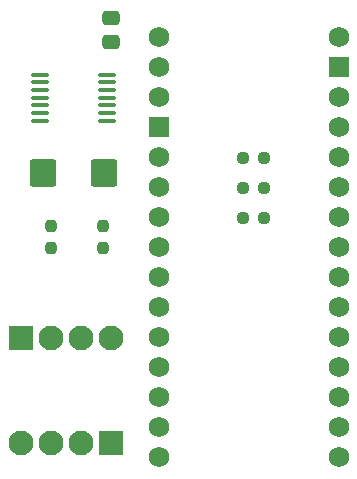
<source format=gts>
G04 #@! TF.GenerationSoftware,KiCad,Pcbnew,7.0.2*
G04 #@! TF.CreationDate,2023-04-27T12:09:37-07:00*
G04 #@! TF.ProjectId,Flamingo Nano 33 BLE Rev 2,466c616d-696e-4676-9f20-4e616e6f2033,rev?*
G04 #@! TF.SameCoordinates,Original*
G04 #@! TF.FileFunction,Soldermask,Top*
G04 #@! TF.FilePolarity,Negative*
%FSLAX46Y46*%
G04 Gerber Fmt 4.6, Leading zero omitted, Abs format (unit mm)*
G04 Created by KiCad (PCBNEW 7.0.2) date 2023-04-27 12:09:37*
%MOMM*%
%LPD*%
G01*
G04 APERTURE LIST*
G04 Aperture macros list*
%AMRoundRect*
0 Rectangle with rounded corners*
0 $1 Rounding radius*
0 $2 $3 $4 $5 $6 $7 $8 $9 X,Y pos of 4 corners*
0 Add a 4 corners polygon primitive as box body*
4,1,4,$2,$3,$4,$5,$6,$7,$8,$9,$2,$3,0*
0 Add four circle primitives for the rounded corners*
1,1,$1+$1,$2,$3*
1,1,$1+$1,$4,$5*
1,1,$1+$1,$6,$7*
1,1,$1+$1,$8,$9*
0 Add four rect primitives between the rounded corners*
20,1,$1+$1,$2,$3,$4,$5,0*
20,1,$1+$1,$4,$5,$6,$7,0*
20,1,$1+$1,$6,$7,$8,$9,0*
20,1,$1+$1,$8,$9,$2,$3,0*%
G04 Aperture macros list end*
%ADD10RoundRect,0.237500X0.250000X0.237500X-0.250000X0.237500X-0.250000X-0.237500X0.250000X-0.237500X0*%
%ADD11RoundRect,0.237500X-0.237500X0.250000X-0.237500X-0.250000X0.237500X-0.250000X0.237500X0.250000X0*%
%ADD12RoundRect,0.250000X-0.875000X-0.925000X0.875000X-0.925000X0.875000X0.925000X-0.875000X0.925000X0*%
%ADD13R,2.100000X2.100000*%
%ADD14C,2.100000*%
%ADD15C,1.727200*%
%ADD16R,1.727200X1.727200*%
%ADD17RoundRect,0.250000X-0.475000X0.337500X-0.475000X-0.337500X0.475000X-0.337500X0.475000X0.337500X0*%
%ADD18RoundRect,0.100000X0.637500X0.100000X-0.637500X0.100000X-0.637500X-0.100000X0.637500X-0.100000X0*%
G04 APERTURE END LIST*
D10*
G04 #@! TO.C,R3*
X102512500Y-67310000D03*
X100687500Y-67310000D03*
G04 #@! TD*
D11*
G04 #@! TO.C,R4*
X84455000Y-73105000D03*
X84455000Y-74930000D03*
G04 #@! TD*
D12*
G04 #@! TO.C,C2*
X83810000Y-68580000D03*
X88910000Y-68580000D03*
G04 #@! TD*
D11*
G04 #@! TO.C,R5*
X88900000Y-73105000D03*
X88900000Y-74930000D03*
G04 #@! TD*
D10*
G04 #@! TO.C,R2*
X102512500Y-69850000D03*
X100687500Y-69850000D03*
G04 #@! TD*
D13*
G04 #@! TO.C,J2*
X81915000Y-82550000D03*
D14*
X84455000Y-82550000D03*
X86995000Y-82550000D03*
X89535000Y-82550000D03*
G04 #@! TD*
D10*
G04 #@! TO.C,R1*
X102512500Y-72390000D03*
X100687500Y-72390000D03*
G04 #@! TD*
D15*
G04 #@! TO.C,XA1*
X108807500Y-90140000D03*
X108807500Y-64740000D03*
X108807500Y-85060000D03*
X108807500Y-82520000D03*
X108807500Y-79980000D03*
X108807500Y-77440000D03*
X108807500Y-74900000D03*
X108807500Y-72360000D03*
X108807500Y-69820000D03*
X108807500Y-67280000D03*
X108807500Y-87600000D03*
X93567500Y-59660000D03*
X93567500Y-57120000D03*
X93567500Y-67280000D03*
X93567500Y-69820000D03*
X93567500Y-72360000D03*
X93567500Y-74900000D03*
X93567500Y-77440000D03*
X93567500Y-79980000D03*
X93567500Y-82520000D03*
X93567500Y-85060000D03*
X93567500Y-87600000D03*
X93567500Y-90140000D03*
X93567500Y-92680000D03*
X108807500Y-92680000D03*
D16*
X93567500Y-64740000D03*
X108807500Y-59660000D03*
D15*
X93567500Y-62200000D03*
X108807500Y-62200000D03*
X108807500Y-57120000D03*
G04 #@! TD*
D17*
G04 #@! TO.C,C1*
X89535000Y-55477500D03*
X89535000Y-57552500D03*
G04 #@! TD*
D18*
G04 #@! TO.C,U1*
X89222500Y-64180000D03*
X89222500Y-63530000D03*
X89222500Y-62880000D03*
X89222500Y-62230000D03*
X89222500Y-61580000D03*
X89222500Y-60930000D03*
X89222500Y-60280000D03*
X83497500Y-60280000D03*
X83497500Y-60930000D03*
X83497500Y-61580000D03*
X83497500Y-62230000D03*
X83497500Y-62880000D03*
X83497500Y-63530000D03*
X83497500Y-64180000D03*
G04 #@! TD*
D13*
G04 #@! TO.C,J1*
X89535000Y-91440000D03*
D14*
X86995000Y-91440000D03*
X84455000Y-91440000D03*
X81915000Y-91440000D03*
G04 #@! TD*
M02*

</source>
